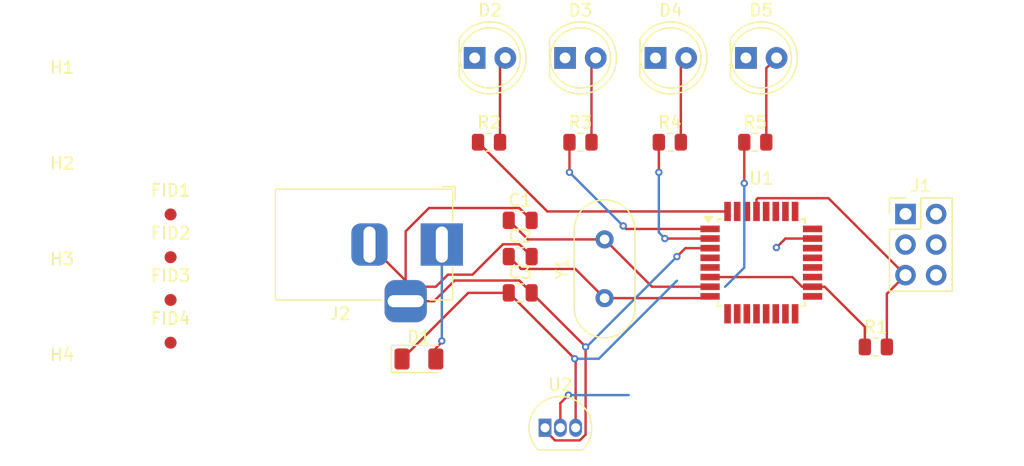
<source format=kicad_pcb>
(kicad_pcb (version 20240108) (generator "pcbnew") (generator_version "8.0")
  (layers (0 "F.Cu" signal) (31 "B.Cu" signal) (34 "B.Paste" user) (35 "F.Paste" user) (36 "B.SilkS" user "B.Silkscreen") (37 "F.SilkS" user "F.Silkscreen") (38 "B.Mask" user) (39 "F.Mask" user) (44 "Edge.Cuts" user))
  (net 0 "")
  (net 1 "GND")
  (net 2 "Net-(U1-XTAL1{slash}PB6)")
  (net 3 "Net-(U1-XTAL2{slash}PB7)")
  (net 4 "VCC")
  (net 5 "Net-(D1-A)")
  (net 6 "Net-(D2-A)")
  (net 7 "Net-(D3-A)")
  (net 8 "Net-(D4-A)")
  (net 9 "Net-(D5-A)")
  (net 10 "Net-(J1-Pin_4)")
  (net 11 "Net-(J1-Pin_1)")
  (net 12 "Net-(J1-Pin_3)")
  (net 13 "/RESET")
  (net 14 "Net-(U1-PD2)")
  (net 15 "Net-(U1-PD3)")
  (net 16 "Net-(U1-PD4)")
  (net 17 "Net-(U1-PD5)")
  (net 30 "/TEMP")
  (footprint "Package_QFP:TQFP-32_7x7mm_P0.8mm" (layer "F.Cu") (at 178 84)
    (property "Reference" "U1" (at 0 -7 0) (layer "F.SilkS"))
    (property "Value" "ATmega328-A")
    (fp_line (start -3.625 -3.625) (end -3.625 -3.4) (stroke (width 0.15)) (layer "F.SilkS"))
    (fp_line (start -3.625 -3.625) (end -3.3 -3.625) (stroke (width 0.15)) (layer "F.SilkS"))
    (fp_line (start -3.625 3.625) (end -3.625 3.3) (stroke (width 0.15)) (layer "F.SilkS"))
    (fp_line (start -3.625 3.625) (end -3.3 3.625) (stroke (width 0.15)) (layer "F.SilkS"))
    (fp_line (start 3.625 -3.625) (end 3.3 -3.625) (stroke (width 0.15)) (layer "F.SilkS"))
    (fp_line (start 3.625 -3.625) (end 3.625 -3.3) (stroke (width 0.15)) (layer "F.SilkS"))
    (fp_line (start 3.625 3.625) (end 3.3 3.625) (stroke (width 0.15)) (layer "F.SilkS"))
    (fp_line (start 3.625 3.625) (end 3.625 3.3) (stroke (width 0.15)) (layer "F.SilkS"))
    (fp_poly (pts (xy -4.39 -3.34) (xy -4.73 -3.81) (xy -4.05 -3.81) (xy -4.39 -3.34)) (stroke (width 0.12)) (fill solid) (layer "F.SilkS"))
    (pad "1" smd rect (at -4.25 -2.8) (size 1.6 0.55) (layers "F.Cu" "F.Paste" "F.Mask") (net 15 "Net-(U1-PD3)"))
    (pad "2" smd rect (at -4.25 -2) (size 1.6 0.55) (layers "F.Cu" "F.Paste" "F.Mask") (net 16 "Net-(U1-PD4)"))
    (pad "3" smd rect (at -4.25 -1.2) (size 1.6 0.55) (layers "F.Cu" "F.Paste" "F.Mask") (net 1 "GND"))
    (pad "4" smd rect (at -4.25 -0.4) (size 1.6 0.55) (layers "F.Cu" "F.Paste" "F.Mask") (net 4 "VCC"))
    (pad "5" smd rect (at -4.25 0.4) (size 1.6 0.55) (layers "F.Cu" "F.Paste" "F.Mask") (net 1 "GND"))
    (pad "6" smd rect (at -4.25 1.2) (size 1.6 0.55) (layers "F.Cu" "F.Paste" "F.Mask") (net 4 "VCC"))
    (pad "7" smd rect (at -4.25 2) (size 1.6 0.55) (layers "F.Cu" "F.Paste" "F.Mask") (net 2 "Net-(U1-XTAL1{slash}PB6)"))
    (pad "8" smd rect (at -4.25 2.8) (size 1.6 0.55) (layers "F.Cu" "F.Paste" "F.Mask") (net 3 "Net-(U1-XTAL2{slash}PB7)"))
    (pad "9" smd rect (at -2.8 4.25 90) (size 1.6 0.55) (layers "F.Cu" "F.Paste" "F.Mask") (net 17 "Net-(U1-PD5)"))
    (pad "10" smd rect (at -2 4.25 90) (size 1.6 0.55) (layers "F.Cu" "F.Paste" "F.Mask"))
    (pad "11" smd rect (at -1.2 4.25 90) (size 1.6 0.55) (layers "F.Cu" "F.Paste" "F.Mask"))
    (pad "12" smd rect (at -0.4 4.25 90) (size 1.6 0.55) (layers "F.Cu" "F.Paste" "F.Mask"))
    (pad "13" smd rect (at 0.4 4.25 90) (size 1.6 0.55) (layers "F.Cu" "F.Paste" "F.Mask"))
    (pad "14" smd rect (at 1.2 4.25 90) (size 1.6 0.55) (layers "F.Cu" "F.Paste" "F.Mask"))
    (pad "15" smd rect (at 2 4.25 90) (size 1.6 0.55) (layers "F.Cu" "F.Paste" "F.Mask") (net 10 "Net-(J1-Pin_4)"))
    (pad "16" smd rect (at 2.8 4.25 90) (size 1.6 0.55) (layers "F.Cu" "F.Paste" "F.Mask") (net 11 "Net-(J1-Pin_1)"))
    (pad "17" smd rect (at 4.25 2.8) (size 1.6 0.55) (layers "F.Cu" "F.Paste" "F.Mask") (net 12 "Net-(J1-Pin_3)"))
    (pad "18" smd rect (at 4.25 2) (size 1.6 0.55) (layers "F.Cu" "F.Paste" "F.Mask") (net 4 "VCC"))
    (pad "19" smd rect (at 4.25 1.2) (size 1.6 0.55) (layers "F.Cu" "F.Paste" "F.Mask"))
    (pad "20" smd rect (at 4.25 0.4) (size 1.6 0.55) (layers "F.Cu" "F.Paste" "F.Mask"))
    (pad "21" smd rect (at 4.25 -0.4) (size 1.6 0.55) (layers "F.Cu" "F.Paste" "F.Mask") (net 1 "GND"))
    (pad "22" smd rect (at 4.25 -1.2) (size 1.6 0.55) (layers "F.Cu" "F.Paste" "F.Mask"))
    (pad "23" smd rect (at 4.25 -2) (size 1.6 0.55) (layers "F.Cu" "F.Paste" "F.Mask") (net 30 "/TEMP"))
    (pad "24" smd rect (at 4.25 -2.8) (size 1.6 0.55) (layers "F.Cu" "F.Paste" "F.Mask"))
    (pad "25" smd rect (at 2.8 -4.25 90) (size 1.6 0.55) (layers "F.Cu" "F.Paste" "F.Mask"))
    (pad "26" smd rect (at 2 -4.25 90) (size 1.6 0.55) (layers "F.Cu" "F.Paste" "F.Mask"))
    (pad "27" smd rect (at 1.2 -4.25 90) (size 1.6 0.55) (layers "F.Cu" "F.Paste" "F.Mask"))
    (pad "28" smd rect (at 0.4 -4.25 90) (size 1.6 0.55) (layers "F.Cu" "F.Paste" "F.Mask"))
    (pad "29" smd rect (at -0.4 -4.25 90) (size 1.6 0.55) (layers "F.Cu" "F.Paste" "F.Mask") (net 13 "/RESET"))
    (pad "30" smd rect (at -1.2 -4.25 90) (size 1.6 0.55) (layers "F.Cu" "F.Paste" "F.Mask"))
    (pad "31" smd rect (at -2 -4.25 90) (size 1.6 0.55) (layers "F.Cu" "F.Paste" "F.Mask"))
    (pad "32" smd rect (at -2.8 -4.25 90) (size 1.6 0.55) (layers "F.Cu" "F.Paste" "F.Mask") (net 14 "Net-(U1-PD2)"))
  )
  (footprint "MountingHole:MountingHole_3.2mm_M3" (layer "F.Cu") (at 120 79.95)
    (property "Reference" "H2" (at 0 -4.2 0) (layer "F.SilkS"))
    (property "Value" "MountingHole")
    (pad "" np_thru_hole circle (at 0 0) (size 3.2 3.2) (drill 3.2) (layers "*.Cu" "*.Mask"))
  )
  (footprint "MountingHole:MountingHole_3.2mm_M3" (layer "F.Cu") (at 120 95.85)
    (property "Reference" "H4" (at 0 -4.2 0) (layer "F.SilkS"))
    (property "Value" "MountingHole")
    (pad "" np_thru_hole circle (at 0 0) (size 3.2 3.2) (drill 3.2) (layers "*.Cu" "*.Mask"))
  )
  (footprint "MountingHole:MountingHole_3.2mm_M3" (layer "F.Cu") (at 120 87.9)
    (property "Reference" "H3" (at 0 -4.2 0) (layer "F.SilkS"))
    (property "Value" "MountingHole")
    (pad "" np_thru_hole circle (at 0 0) (size 3.2 3.2) (drill 3.2) (layers "*.Cu" "*.Mask"))
  )
  (footprint "Crystal:Crystal_HC49-4H_Vertical" (layer "F.Cu") (at 165 86.95 90)
    (property "Reference" "Y1" (at 2.44 -3.525 90) (layer "F.SilkS"))
    (property "Value" "Crystal")
    (fp_line (start -0.76 -2.525) (end 5.64 -2.525) (stroke (width 0.12)) (layer "F.SilkS"))
    (fp_line (start -0.76 2.525) (end 5.64 2.525) (stroke (width 0.12)) (layer "F.SilkS"))
    (fp_arc (start 5.64 -2.525) (mid 8.165 0) (end 5.64 2.525) (stroke (width 0.12)) (layer "F.SilkS"))
    (fp_arc (start -0.76 2.525) (mid -3.285 0) (end -0.76 -2.525) (stroke (width 0.12)) (layer "F.SilkS"))
    (pad "1" thru_hole circle (at 0 0 90) (size 1.5 1.5) (drill 0.8) (layers "*.Cu" "*.Mask") (net 3 "Net-(U1-XTAL2{slash}PB7)"))
    (pad "2" thru_hole circle (at 4.88 0 90) (size 1.5 1.5) (drill 0.8) (layers "*.Cu" "*.Mask") (net 2 "Net-(U1-XTAL1{slash}PB6)"))
  )
  (footprint "Fiducial:Fiducial_1mm_Mask2mm" (layer "F.Cu") (at 129 80)
    (property "Reference" "FID1" (at 0 -2 0) (layer "F.SilkS"))
    (property "Value" "Fiducial")
    (pad "" smd circle (at 0 0) (size 1 1) (layers "F.Cu" "F.Mask") (clearance 0.5))
  )
  (footprint "Connector_BarrelJack:BarrelJack_Horizontal" (layer "F.Cu") (at 151.5 82.5)
    (property "Reference" "J2" (at -8.45 5.75 0) (layer "F.SilkS"))
    (property "Value" "Barrel_Jack_Switch")
    (fp_line (start -13.8 -4.6) (end 0.9 -4.6) (stroke (width 0.12)) (layer "F.SilkS"))
    (fp_line (start -13.8 4.6) (end -13.8 -4.6) (stroke (width 0.12)) (layer "F.SilkS"))
    (fp_line (start -5 4.6) (end -13.8 4.6) (stroke (width 0.12)) (layer "F.SilkS"))
    (fp_line (start 0.05 -4.8) (end 1.1 -4.8) (stroke (width 0.12)) (layer "F.SilkS"))
    (fp_line (start 0.9 -4.6) (end 0.9 -2) (stroke (width 0.12)) (layer "F.SilkS"))
    (fp_line (start 0.9 1.9) (end 0.9 4.6) (stroke (width 0.12)) (layer "F.SilkS"))
    (fp_line (start 0.9 4.6) (end -1 4.6) (stroke (width 0.12)) (layer "F.SilkS"))
    (fp_line (start 1.1 -3.75) (end 1.1 -4.8) (stroke (width 0.12)) (layer "F.SilkS"))
    (pad "1" thru_hole rect (at 0 0) (size 3.5 3.5) (drill oval 1 3) (layers "*.Cu" "*.Mask") (net 5 "Net-(D1-A)"))
    (pad "2" thru_hole roundrect (at -6 0) (size 3 3.5) (drill oval 1 3) (layers "*.Cu" "*.Mask") (net 1 "GND"))
    (pad "3" thru_hole roundrect (at -3 4.7) (size 3.5 3.5) (drill oval 3 1) (layers "*.Cu" "*.Mask") (net 1 "GND"))
  )
  (footprint "Resistor_SMD:R_0805_2012Metric" (layer "F.Cu") (at 187.5 91)
    (property "Reference" "R1" (at 0 -1.65 0) (layer "F.SilkS"))
    (property "Value" "10K")
    (fp_line (start -0.227064 -0.735) (end 0.227064 -0.735) (stroke (width 0.12)) (layer "F.SilkS"))
    (fp_line (start -0.227064 0.735) (end 0.227064 0.735) (stroke (width 0.12)) (layer "F.SilkS"))
    (pad "1" smd roundrect (at -0.9125 0) (size 1.025 1.4) (layers "F.Cu" "F.Paste" "F.Mask") (roundrect_rratio 0.243902) (net 4 "VCC"))
    (pad "2" smd roundrect (at 0.9125 0) (size 1.025 1.4) (layers "F.Cu" "F.Paste" "F.Mask") (roundrect_rratio 0.243902) (net 13 "/RESET"))
  )
  (footprint "Resistor_SMD:R_0805_2012Metric" (layer "F.Cu") (at 177.5 74)
    (property "Reference" "R5" (at 0 -1.65 0) (layer "F.SilkS"))
    (property "Value" "150")
    (fp_line (start -0.227064 -0.735) (end 0.227064 -0.735) (stroke (width 0.12)) (layer "F.SilkS"))
    (fp_line (start -0.227064 0.735) (end 0.227064 0.735) (stroke (width 0.12)) (layer "F.SilkS"))
    (pad "1" smd roundrect (at -0.9125 0) (size 1.025 1.4) (layers "F.Cu" "F.Paste" "F.Mask") (roundrect_rratio 0.243902) (net 17 "Net-(U1-PD5)"))
    (pad "2" smd roundrect (at 0.9125 0) (size 1.025 1.4) (layers "F.Cu" "F.Paste" "F.Mask") (roundrect_rratio 0.243902) (net 9 "Net-(D5-A)"))
  )
  (footprint "Capacitor_SMD:C_0805_2012Metric" (layer "F.Cu") (at 158 80.49)
    (property "Reference" "C1" (at 0 -1.68 0) (layer "F.SilkS"))
    (property "Value" "22pF")
    (fp_line (start -0.261252 -0.735) (end 0.261252 -0.735) (stroke (width 0.12)) (layer "F.SilkS"))
    (fp_line (start -0.261252 0.735) (end 0.261252 0.735) (stroke (width 0.12)) (layer "F.SilkS"))
    (pad "1" smd roundrect (at -0.95 0) (size 1 1.45) (layers "F.Cu" "F.Paste" "F.Mask") (net 2 "Net-(U1-XTAL1{slash}PB6)"))
    (pad "2" smd roundrect (at 0.95 0) (size 1 1.45) (layers "F.Cu" "F.Paste" "F.Mask") (net 1 "GND"))
  )
  (footprint "Fiducial:Fiducial_1mm_Mask2mm" (layer "F.Cu") (at 129 90.65)
    (property "Reference" "FID4" (at 0 -2 0) (layer "F.SilkS"))
    (property "Value" "Fiducial")
    (pad "" smd circle (at 0 0) (size 1 1) (layers "F.Cu" "F.Mask") (clearance 0.5))
  )
  (footprint "Capacitor_SMD:C_0805_2012Metric" (layer "F.Cu") (at 158 86.51)
    (property "Reference" "C3" (at 0 -1.68 0) (layer "F.SilkS"))
    (property "Value" "100pF")
    (fp_line (start -0.261252 -0.735) (end 0.261252 -0.735) (stroke (width 0.12)) (layer "F.SilkS"))
    (fp_line (start -0.261252 0.735) (end 0.261252 0.735) (stroke (width 0.12)) (layer "F.SilkS"))
    (pad "1" smd roundrect (at -0.95 0) (size 1 1.45) (layers "F.Cu" "F.Paste" "F.Mask") (net 4 "VCC"))
    (pad "2" smd roundrect (at 0.95 0) (size 1 1.45) (layers "F.Cu" "F.Paste" "F.Mask") (net 1 "GND"))
  )
  (footprint "LED_THT:LED_D5.0mm" (layer "F.Cu") (at 161.725 67)
    (property "Reference" "D3" (at 1.27 -3.96 0) (layer "F.SilkS"))
    (property "Value" "30-44")
    (fp_line (start -1.29 -1.545) (end -1.29 1.545) (stroke (width 0.12)) (layer "F.SilkS"))
    (fp_arc (start -1.29 -1.54483) (mid 2.072002 -2.880433) (end 4.26 0.000462) (stroke (width 0.12)) (layer "F.SilkS"))
    (fp_arc (start 4.26 -0.000462) (mid 2.072002 2.880433) (end -1.29 1.54483) (stroke (width 0.12)) (layer "F.SilkS"))
    (fp_circle (center 1.27 0) (end 3.77 0) (stroke (width 0.12)) (fill none) (layer "F.SilkS"))
    (pad "1" thru_hole rect (at 0 0) (size 1.8 1.8) (drill 0.9) (layers "*.Cu" "*.Mask") (net 1 "GND"))
    (pad "2" thru_hole circle (at 2.54 0) (size 1.8 1.8) (drill 0.9) (layers "*.Cu" "*.Mask") (net 7 "Net-(D3-A)"))
  )
  (footprint "LED_THT:LED_D5.0mm" (layer "F.Cu") (at 176.725 67)
    (property "Reference" "D5" (at 1.27 -3.96 0) (layer "F.SilkS"))
    (property "Value" "0-14")
    (fp_line (start -1.29 -1.545) (end -1.29 1.545) (stroke (width 0.12)) (layer "F.SilkS"))
    (fp_arc (start -1.29 -1.54483) (mid 2.072002 -2.880433) (end 4.26 0.000462) (stroke (width 0.12)) (layer "F.SilkS"))
    (fp_arc (start 4.26 -0.000462) (mid 2.072002 2.880433) (end -1.29 1.54483) (stroke (width 0.12)) (layer "F.SilkS"))
    (fp_circle (center 1.27 0) (end 3.77 0) (stroke (width 0.12)) (fill none) (layer "F.SilkS"))
    (pad "1" thru_hole rect (at 0 0) (size 1.8 1.8) (drill 0.9) (layers "*.Cu" "*.Mask") (net 1 "GND"))
    (pad "2" thru_hole circle (at 2.54 0) (size 1.8 1.8) (drill 0.9) (layers "*.Cu" "*.Mask") (net 9 "Net-(D5-A)"))
  )
  (footprint "MountingHole:MountingHole_3.2mm_M3" (layer "F.Cu") (at 120 72)
    (property "Reference" "H1" (at 0 -4.2 0) (layer "F.SilkS"))
    (property "Value" "MountingHole")
    (pad "" np_thru_hole circle (at 0 0) (size 3.2 3.2) (drill 3.2) (layers "*.Cu" "*.Mask"))
  )
  (footprint "Resistor_SMD:R_0805_2012Metric" (layer "F.Cu") (at 155.4125 74)
    (property "Reference" "R2" (at 0 -1.65 0) (layer "F.SilkS"))
    (property "Value" "150")
    (fp_line (start -0.227064 -0.735) (end 0.227064 -0.735) (stroke (width 0.12)) (layer "F.SilkS"))
    (fp_line (start -0.227064 0.735) (end 0.227064 0.735) (stroke (width 0.12)) (layer "F.SilkS"))
    (pad "1" smd roundrect (at -0.9125 0) (size 1.025 1.4) (layers "F.Cu" "F.Paste" "F.Mask") (roundrect_rratio 0.243902) (net 14 "Net-(U1-PD2)"))
    (pad "2" smd roundrect (at 0.9125 0) (size 1.025 1.4) (layers "F.Cu" "F.Paste" "F.Mask") (roundrect_rratio 0.243902) (net 6 "Net-(D2-A)"))
  )
  (footprint "LED_THT:LED_D5.0mm" (layer "F.Cu") (at 154.225 67)
    (property "Reference" "D2" (at 1.27 -3.96 0) (layer "F.SilkS"))
    (property "Value" "45-50")
    (fp_line (start -1.29 -1.545) (end -1.29 1.545) (stroke (width 0.12)) (layer "F.SilkS"))
    (fp_arc (start -1.29 -1.54483) (mid 2.072002 -2.880433) (end 4.26 0.000462) (stroke (width 0.12)) (layer "F.SilkS"))
    (fp_arc (start 4.26 -0.000462) (mid 2.072002 2.880433) (end -1.29 1.54483) (stroke (width 0.12)) (layer "F.SilkS"))
    (fp_circle (center 1.27 0) (end 3.77 0) (stroke (width 0.12)) (fill none) (layer "F.SilkS"))
    (pad "1" thru_hole rect (at 0 0) (size 1.8 1.8) (drill 0.9) (layers "*.Cu" "*.Mask") (net 1 "GND"))
    (pad "2" thru_hole circle (at 2.54 0) (size 1.8 1.8) (drill 0.9) (layers "*.Cu" "*.Mask") (net 6 "Net-(D2-A)"))
  )
  (footprint "Diode_SMD:D_1206_3216Metric" (layer "F.Cu") (at 149.6 92)
    (property "Reference" "D1" (at 0 -1.82 0) (layer "F.SilkS"))
    (property "Value" "D")
    (fp_line (start -2.285 -1.135) (end -2.285 1.135) (stroke (width 0.12)) (layer "F.SilkS"))
    (fp_line (start -2.285 1.135) (end 1.6 1.135) (stroke (width 0.12)) (layer "F.SilkS"))
    (fp_line (start 1.6 -1.135) (end -2.285 -1.135) (stroke (width 0.12)) (layer "F.SilkS"))
    (pad "1" smd roundrect (at -1.4 0) (size 1.25 1.75) (layers "F.Cu" "F.Paste" "F.Mask") (roundrect_rratio 0.2) (net 4 "VCC"))
    (pad "2" smd roundrect (at 1.4 0) (size 1.25 1.75) (layers "F.Cu" "F.Paste" "F.Mask") (roundrect_rratio 0.2) (net 5 "Net-(D1-A)"))
  )
  (footprint "Fiducial:Fiducial_1mm_Mask2mm" (layer "F.Cu") (at 129 87.1)
    (property "Reference" "FID3" (at 0 -2 0) (layer "F.SilkS"))
    (property "Value" "Fiducial")
    (pad "" smd circle (at 0 0) (size 1 1) (layers "F.Cu" "F.Mask") (clearance 0.5))
  )
  (footprint "Fiducial:Fiducial_1mm_Mask2mm" (layer "F.Cu") (at 129 83.55)
    (property "Reference" "FID2" (at 0 -2 0) (layer "F.SilkS"))
    (property "Value" "Fiducial")
    (pad "" smd circle (at 0 0) (size 1 1) (layers "F.Cu" "F.Mask") (clearance 0.5))
  )
  (footprint "Resistor_SMD:R_0805_2012Metric" (layer "F.Cu") (at 163 74)
    (property "Reference" "R3" (at 0 -1.65 0) (layer "F.SilkS"))
    (property "Value" "150")
    (fp_line (start -0.227064 -0.735) (end 0.227064 -0.735) (stroke (width 0.12)) (layer "F.SilkS"))
    (fp_line (start -0.227064 0.735) (end 0.227064 0.735) (stroke (width 0.12)) (layer "F.SilkS"))
    (pad "1" smd roundrect (at -0.9125 0) (size 1.025 1.4) (layers "F.Cu" "F.Paste" "F.Mask") (roundrect_rratio 0.243902) (net 15 "Net-(U1-PD3)"))
    (pad "2" smd roundrect (at 0.9125 0) (size 1.025 1.4) (layers "F.Cu" "F.Paste" "F.Mask") (roundrect_rratio 0.243902) (net 7 "Net-(D3-A)"))
  )
  (footprint "Capacitor_SMD:C_0805_2012Metric" (layer "F.Cu") (at 158 83.5)
    (property "Reference" "C2" (at 0 -1.68 0) (layer "F.SilkS"))
    (property "Value" "22pF")
    (fp_line (start -0.261252 -0.735) (end 0.261252 -0.735) (stroke (width 0.12)) (layer "F.SilkS"))
    (fp_line (start -0.261252 0.735) (end 0.261252 0.735) (stroke (width 0.12)) (layer "F.SilkS"))
    (pad "1" smd roundrect (at -0.95 0) (size 1 1.45) (layers "F.Cu" "F.Paste" "F.Mask") (net 3 "Net-(U1-XTAL2{slash}PB7)"))
    (pad "2" smd roundrect (at 0.95 0) (size 1 1.45) (layers "F.Cu" "F.Paste" "F.Mask") (net 1 "GND"))
  )
  (footprint "Resistor_SMD:R_0805_2012Metric" (layer "F.Cu") (at 170.4125 74)
    (property "Reference" "R4" (at 0 -1.65 0) (layer "F.SilkS"))
    (property "Value" "150")
    (fp_line (start -0.227064 -0.735) (end 0.227064 -0.735) (stroke (width 0.12)) (layer "F.SilkS"))
    (fp_line (start -0.227064 0.735) (end 0.227064 0.735) (stroke (width 0.12)) (layer "F.SilkS"))
    (pad "1" smd roundrect (at -0.9125 0) (size 1.025 1.4) (layers "F.Cu" "F.Paste" "F.Mask") (roundrect_rratio 0.243902) (net 16 "Net-(U1-PD4)"))
    (pad "2" smd roundrect (at 0.9125 0) (size 1.025 1.4) (layers "F.Cu" "F.Paste" "F.Mask") (roundrect_rratio 0.243902) (net 8 "Net-(D4-A)"))
  )
  (footprint "Package_TO_SOT_THT:TO-92_Inline" (layer "F.Cu") (at 160.06 97.71)
    (property "Reference" "U2" (at 1.27 -3.56 0) (layer "F.SilkS"))
    (property "Value" "TSIC206-TO92")
    (fp_line (start -0.53 1.85) (end 3.07 1.85) (stroke (width 0.12)) (layer "F.SilkS"))
    (fp_arc (start -0.568478 1.838478) (mid -1.132087 -0.994977) (end 1.27 -2.6) (stroke (width 0.12)) (layer "F.SilkS"))
    (fp_arc (start 1.27 -2.6) (mid 3.672087 -0.994977) (end 3.108478 1.838478) (stroke (width 0.12)) (layer "F.SilkS"))
    (pad "1" thru_hole rect (at 0 0) (size 1.05 1.5) (drill 0.75) (layers "*.Cu" "*.Mask") (net 1 "GND"))
    (pad "2" thru_hole oval (at 1.27 0) (size 1.05 1.5) (drill 0.75) (layers "*.Cu" "*.Mask") (net 30 "/TEMP"))
    (pad "3" thru_hole oval (at 2.54 0) (size 1.05 1.5) (drill 0.75) (layers "*.Cu" "*.Mask") (net 4 "VCC"))
  )
  (footprint "LED_THT:LED_D5.0mm" (layer "F.Cu") (at 169.225 67)
    (property "Reference" "D4" (at 1.27 -3.96 0) (layer "F.SilkS"))
    (property "Value" "15-29")
    (fp_line (start -1.29 -1.545) (end -1.29 1.545) (stroke (width 0.12)) (layer "F.SilkS"))
    (fp_arc (start -1.29 -1.54483) (mid 2.072002 -2.880433) (end 4.26 0.000462) (stroke (width 0.12)) (layer "F.SilkS"))
    (fp_arc (start 4.26 -0.000462) (mid 2.072002 2.880433) (end -1.29 1.54483) (stroke (width 0.12)) (layer "F.SilkS"))
    (fp_circle (center 1.27 0) (end 3.77 0) (stroke (width 0.12)) (fill none) (layer "F.SilkS"))
    (pad "1" thru_hole rect (at 0 0) (size 1.8 1.8) (drill 0.9) (layers "*.Cu" "*.Mask") (net 1 "GND"))
    (pad "2" thru_hole circle (at 2.54 0) (size 1.8 1.8) (drill 0.9) (layers "*.Cu" "*.Mask") (net 8 "Net-(D4-A)"))
  )
  (footprint "Connector_PinHeader_2.54mm:PinHeader_2x03_P2.54mm_Vertical" (layer "F.Cu") (at 189.96 79.96)
    (property "Reference" "J1" (at 1.27 -2.33 0) (layer "F.SilkS"))
    (property "Value" "Conn_02x03_Odd_Even")
    (fp_line (start -1.33 -1.33) (end 0 -1.33) (stroke (width 0.12)) (layer "F.SilkS"))
    (fp_line (start -1.33 0) (end -1.33 -1.33) (stroke (width 0.12)) (layer "F.SilkS"))
    (fp_line (start -1.33 1.27) (end -1.33 6.41) (stroke (width 0.12)) (layer "F.SilkS"))
    (fp_line (start -1.33 1.27) (end 1.27 1.27) (stroke (width 0.12)) (layer "F.SilkS"))
    (fp_line (start -1.33 6.41) (end 3.87 6.41) (stroke (width 0.12)) (layer "F.SilkS"))
    (fp_line (start 1.27 -1.33) (end 3.87 -1.33) (stroke (width 0.12)) (layer "F.SilkS"))
    (fp_line (start 1.27 1.27) (end 1.27 -1.33) (stroke (width 0.12)) (layer "F.SilkS"))
    (fp_line (start 3.87 -1.33) (end 3.87 6.41) (stroke (width 0.12)) (layer "F.SilkS"))
    (pad "1" thru_hole rect (at 0 0) (size 1.7 1.7) (drill 1) (layers "*.Cu" "*.Mask") (net 11 "Net-(J1-Pin_1)"))
    (pad "2" thru_hole oval (at 2.54 0) (size 1.7 1.7) (drill 1) (layers "*.Cu" "*.Mask") (net 4 "VCC"))
    (pad "3" thru_hole oval (at 0 2.54) (size 1.7 1.7) (drill 1) (layers "*.Cu" "*.Mask") (net 12 "Net-(J1-Pin_3)"))
    (pad "4" thru_hole oval (at 2.54 2.54) (size 1.7 1.7) (drill 1) (layers "*.Cu" "*.Mask") (net 10 "Net-(J1-Pin_4)"))
    (pad "5" thru_hole oval (at 0 5.08) (size 1.7 1.7) (drill 1) (layers "*.Cu" "*.Mask") (net 13 "/RESET"))
    (pad "6" thru_hole oval (at 2.54 5.08) (size 1.7 1.7) (drill 1) (layers "*.Cu" "*.Mask") (net 1 "GND"))
  )
  (segment (start 160.06 97.935) (end 160.06 97.71) (width 0.2) (layer "F.Cu") (net 1))
  (segment (start 148.5 87.2) (end 148.5 81.4) (width 0.2) (layer "F.Cu") (net 1))
  (segment (start 163.425 98.276726) (end 162.941726 98.76) (width 0.2) (layer "F.Cu") (net 1))
  (segment (start 157.925 79.465) (end 158.95 80.49) (width 0.2) (layer "F.Cu") (net 1))
  (segment (start 150.435 79.465) (end 157.925 79.465) (width 0.2) (layer "F.Cu") (net 1))
  (segment (start 149.7 86) (end 151 86) (width 0.2) (layer "F.Cu") (net 1))
  (segment (start 171 83.5) (end 171.7 82.8) (width 0.2) (layer "F.Cu") (net 1))
  (segment (start 160.885 98.76) (end 160.06 97.935) (width 0.2) (layer "F.Cu") (net 1))
  (segment (start 154.040256 85) (end 156.565256 82.475) (width 0.2) (layer "F.Cu") (net 1))
  (segment (start 148.5 85.5) (end 145.5 82.5) (width 0.2) (layer "F.Cu") (net 1))
  (segment (start 151 86) (end 152 85) (width 0.2) (layer "F.Cu") (net 1))
  (segment (start 152.565 85.485) (end 157.925 85.485) (width 0.2) (layer "F.Cu") (net 1))
  (segment (start 157.925 82.475) (end 158.95 83.5) (width 0.2) (layer "F.Cu") (net 1))
  (segment (start 163.425 90.985) (end 163.425 91) (width 0.2) (layer "F.Cu") (net 1))
  (segment (start 148.5 87.2) (end 148.5 85.5) (width 0.2) (layer "F.Cu") (net 1))
  (segment (start 158.95 86.51) (end 163.425 90.985) (width 0.2) (layer "F.Cu") (net 1))
  (segment (start 148.5 81.4) (end 150.435 79.465) (width 0.2) (layer "F.Cu") (net 1))
  (segment (start 148.5 87.2) (end 149.7 86) (width 0.2) (layer "F.Cu") (net 1))
  (segment (start 163.425 91) (end 163.425 98.276726) (width 0.2) (layer "F.Cu") (net 1))
  (segment (start 156.565256 82.475) (end 157.925 82.475) (width 0.2) (layer "F.Cu") (net 1))
  (segment (start 148.5 87.2) (end 150.85 87.2) (width 0.2) (layer "F.Cu") (net 1))
  (segment (start 171.7 82.8) (end 173.75 82.8) (width 0.2) (layer "F.Cu") (net 1))
  (segment (start 152 85) (end 154.040256 85) (width 0.2) (layer "F.Cu") (net 1))
  (segment (start 162.941726 98.76) (end 160.885 98.76) (width 0.2) (layer "F.Cu") (net 1))
  (segment (start 150.85 87.2) (end 152.565 85.485) (width 0.2) (layer "F.Cu") (net 1))
  (segment (start 157.925 85.485) (end 158.95 86.51) (width 0.2) (layer "F.Cu") (net 1))
  (via (at 171 83.5) (size 0.6) (drill 0.3) (layers "F.Cu" "B.Cu") (net 1))
  (via (at 163.425 91) (size 0.6) (drill 0.3) (layers "F.Cu" "B.Cu") (net 1))
  (segment (start 163.5 91) (end 171 83.5) (width 0.2) (layer "B.Cu") (net 1))
  (segment (start 163.425 91) (end 163.5 91) (width 0.2) (layer "B.Cu") (net 1))
  (segment (start 158.63 82.07) (end 157.05 80.49) (width 0.2) (layer "F.Cu") (net 2))
  (segment (start 165 82.07) (end 168.93 86) (width 0.2) (layer "F.Cu") (net 2))
  (segment (start 168.93 86) (end 173.75 86) (width 0.2) (layer "F.Cu") (net 2))
  (segment (start 165 82.07) (end 158.63 82.07) (width 0.2) (layer "F.Cu") (net 2))
  (segment (start 165 86.95) (end 173.6 86.95) (width 0.2) (layer "F.Cu") (net 3))
  (segment (start 165 86.95) (end 162.575 84.525) (width 0.2) (layer "F.Cu") (net 3))
  (segment (start 162.575 84.525) (end 158.075 84.525) (width 0.2) (layer "F.Cu") (net 3))
  (segment (start 173.6 86.95) (end 173.75 86.8) (width 0.2) (layer "F.Cu") (net 3))
  (segment (start 158.075 84.525) (end 157.05 83.5) (width 0.2) (layer "F.Cu") (net 3))
  (segment (start 162.6 92.06) (end 162.6 97.71) (width 0.2) (layer "F.Cu") (net 4))
  (segment (start 157.05 86.51) (end 162.52 91.98) (width 0.2) (layer "F.Cu") (net 4))
  (segment (start 162.52 91.98) (end 162.6 92.06) (width 0.2) (layer "F.Cu") (net 4))
  (segment (start 181.375 86) (end 182.25 86) (width 0.2) (layer "F.Cu") (net 4))
  (segment (start 153.69 86.51) (end 157.05 86.51) (width 0.2) (layer "F.Cu") (net 4))
  (segment (start 148.2 92) (end 153.69 86.51) (width 0.2) (layer "F.Cu") (net 4))
  (segment (start 173.75 85.2) (end 180.575 85.2) (width 0.2) (layer "F.Cu") (net 4))
  (segment (start 186.5875 91) (end 186.5875 89.3375) (width 0.2) (layer "F.Cu") (net 4))
  (segment (start 180.575 85.2) (end 181.375 86) (width 0.2) (layer "F.Cu") (net 4))
  (segment (start 183.25 86) (end 182.25 86) (width 0.2) (layer "F.Cu") (net 4))
  (segment (start 186.5875 89.3375) (end 183.25 86) (width 0.2) (layer "F.Cu") (net 4))
  (via (at 162.52 91.98) (size 0.6) (drill 0.3) (layers "F.Cu" "B.Cu") (net 4))
  (segment (start 162.52 91.98) (end 164.52 91.98) (width 0.2) (layer "B.Cu") (net 4))
  (segment (start 164.52 91.98) (end 171 85.5) (width 0.2) (layer "B.Cu") (net 4))
  (segment (start 151 91.1) (end 151.5 90.6) (width 0.2) (layer "F.Cu") (net 5))
  (via (at 151.5 90.5) (size 0.6) (drill 0.3) (layers "F.Cu" "B.Cu") (net 5))
  (segment (start 151.5 90.5) (end 151.5 82.5) (width 0.2) (layer "B.Cu") (net 5))
  (segment (start 156.325 67.44) (end 156.765 67) (width 0.2) (layer "F.Cu") (net 6))
  (segment (start 156.325 74) (end 156.325 67.44) (width 0.2) (layer "F.Cu") (net 6))
  (segment (start 163.9125 74) (end 163.9125 67.3525) (width 0.2) (layer "F.Cu") (net 7))
  (segment (start 163.9125 67.3525) (end 164.265 67) (width 0.2) (layer "F.Cu") (net 7))
  (segment (start 171.325 74) (end 171.325 67.44) (width 0.2) (layer "F.Cu") (net 8))
  (segment (start 171.325 67.44) (end 171.765 67) (width 0.2) (layer "F.Cu") (net 8))
  (segment (start 178.4125 67.8525) (end 179.265 67) (width 0.2) (layer "F.Cu") (net 9))
  (segment (start 178.4125 74) (end 178.4125 67.8525) (width 0.2) (layer "F.Cu") (net 9))
  (segment (start 188.4125 86.5875) (end 189.96 85.04) (width 0.2) (layer "F.Cu") (net 13))
  (segment (start 177.7 78.65) (end 177.6 78.75) (width 0.2) (layer "F.Cu") (net 13))
  (segment (start 177.6 78.75) (end 177.6 79.75) (width 0.2) (layer "F.Cu") (net 13))
  (segment (start 183.57 78.65) (end 177.7 78.65) (width 0.2) (layer "F.Cu") (net 13))
  (segment (start 189.96 85.04) (end 183.57 78.65) (width 0.2) (layer "F.Cu") (net 13))
  (segment (start 188.4125 91) (end 188.4125 86.5875) (width 0.2) (layer "F.Cu") (net 13))
  (segment (start 160.25 79.75) (end 175.2 79.75) (width 0.2) (layer "F.Cu") (net 14))
  (segment (start 154.5 74) (end 160.25 79.75) (width 0.2) (layer "F.Cu") (net 14))
  (segment (start 166.7875 81.2) (end 173.75 81.2) (width 0.2) (layer "F.Cu") (net 15))
  (segment (start 162.0875 76.5) (end 162.0875 76.5875) (width 0.2) (layer "F.Cu") (net 15))
  (segment (start 166.54375 80.95625) (end 166.7875 81.2) (width 0.2) (layer "F.Cu") (net 15))
  (segment (start 162.0875 74) (end 162.0875 76.5) (width 0.2) (layer "F.Cu") (net 15))
  (via (at 162.0875 76.5) (size 0.6) (drill 0.3) (layers "F.Cu" "B.Cu") (net 15))
  (via (at 166.54375 80.95625) (size 0.6) (drill 0.3) (layers "F.Cu" "B.Cu") (net 15))
  (segment (start 162.0875 76.5) (end 166.54375 80.95625) (width 0.2) (layer "B.Cu") (net 15))
  (segment (start 166.54375 80.95625) (end 166.5875 81) (width 0.2) (layer "B.Cu") (net 15))
  (segment (start 169.5 74) (end 169.5 76.5) (width 0.2) (layer "F.Cu") (net 16))
  (segment (start 170 82) (end 173.75 82) (width 0.2) (layer "F.Cu") (net 16))
  (via (at 169.5 76.5) (size 0.6) (drill 0.3) (layers "F.Cu" "B.Cu") (net 16))
  (via (at 170 82) (size 0.6) (drill 0.3) (layers "F.Cu" "B.Cu") (net 16))
  (segment (start 169.5 76.5) (end 169.5 81.5) (width 0.2) (layer "B.Cu") (net 16))
  (segment (start 169.5 81.5) (end 170 82) (width 0.2) (layer "B.Cu") (net 16))
  (segment (start 176.5875 74) (end 176.5875 77.4125) (width 0.2) (layer "F.Cu") (net 17))
  (via (at 176.5875 77.4125) (size 0.6) (drill 0.3) (layers "F.Cu" "B.Cu") (net 17))
  (segment (start 176.5875 82.4125) (end 176.5875 84.4125) (width 0.2) (layer "B.Cu") (net 17))
  (segment (start 176.5875 84.4125) (end 175 86) (width 0.2) (layer "B.Cu") (net 17))
  (segment (start 176.5875 77.4125) (end 176.5875 82.4125) (width 0.2) (layer "B.Cu") (net 17))
  (segment (start 179.25 82.75) (end 180 82) (width 0.2) (layer "F.Cu") (net 30))
  (segment (start 161.33 97.71) (end 161.33 95.67) (width 0.2) (layer "F.Cu") (net 30))
  (segment (start 180 82) (end 182.25 82) (width 0.2) (layer "F.Cu") (net 30))
  (segment (start 161.33 95.67) (end 162 95) (width 0.2) (layer "F.Cu") (net 30))
  (via (at 179.25 82.75) (size 0.6) (drill 0.3) (layers "F.Cu" "B.Cu") (net 30))
  (via (at 162 95) (size 0.6) (drill 0.3) (layers "F.Cu" "B.Cu") (net 30))
  (segment (start 162 95) (end 167 95) (width 0.2) (layer "B.Cu") (net 30))
)
</source>
